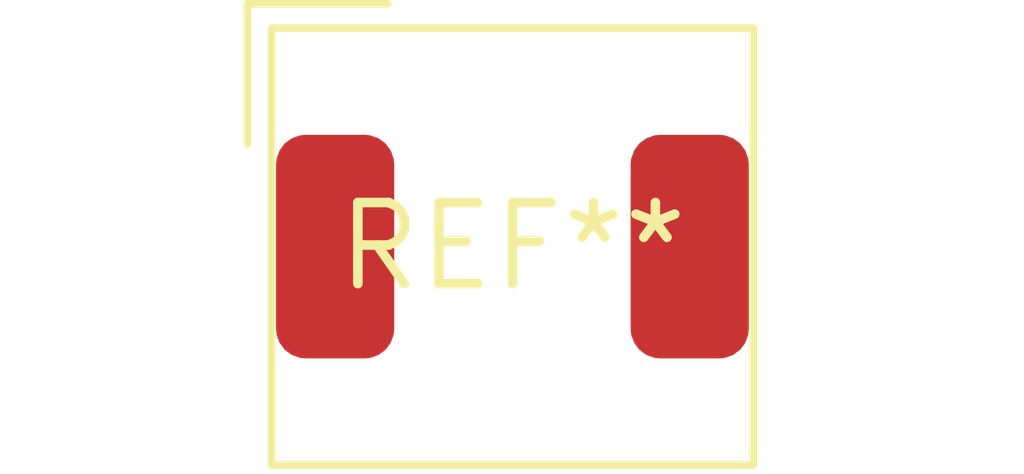
<source format=kicad_pcb>
(kicad_pcb (version 20240108) (generator pcbnew)
  (layers (0 "F.Cu" signal) (31 "B.Cu" signal) (34 "B.Paste" user) (35 "F.Paste" user) (36 "B.SilkS" user "B.Silkscreen") (37 "F.SilkS" user "F.Silkscreen") (38 "B.Mask" user) (39 "F.Mask" user) (44 "Edge.Cuts" user))
  (net 0 "")
  (footprint "L_AVX_LMLP07A7" (layer "F.Cu") (at 0 0)
    (property "Reference" "REF**")
    (property "Value" "L_AVX_LMLP07A7")
    (fp_line (start -4.15 -3.8) (end -1.95 -3.8) (layer "F.SilkS") (stroke (width 0.12)))
    (fp_line (start -4.15 -1.6) (end -4.15 -3.8) (layer "F.SilkS") (stroke (width 0.12)))
    (fp_line (start -3.77 -3.42) (end -3.77 3.42) (layer "F.SilkS") (stroke (width 0.12)))
    (fp_line (start -3.77 -3.42) (end 3.77 -3.42) (layer "F.SilkS") (stroke (width 0.12)))
    (fp_line (start -3.77 3.42) (end 3.77 3.42) (layer "F.SilkS") (stroke (width 0.12)))
    (fp_line (start 3.77 -3.42) (end 3.77 3.42) (layer "F.SilkS") (stroke (width 0.12)))
    (pad "1" smd roundrect (at -2.775 0) (size 1.85 3.5) (layers "F.Cu" "F.Paste" "F.Mask"))
    (pad "2" smd roundrect (at 2.775 0) (size 1.85 3.5) (layers "F.Cu" "F.Paste" "F.Mask"))
  )
)
</source>
